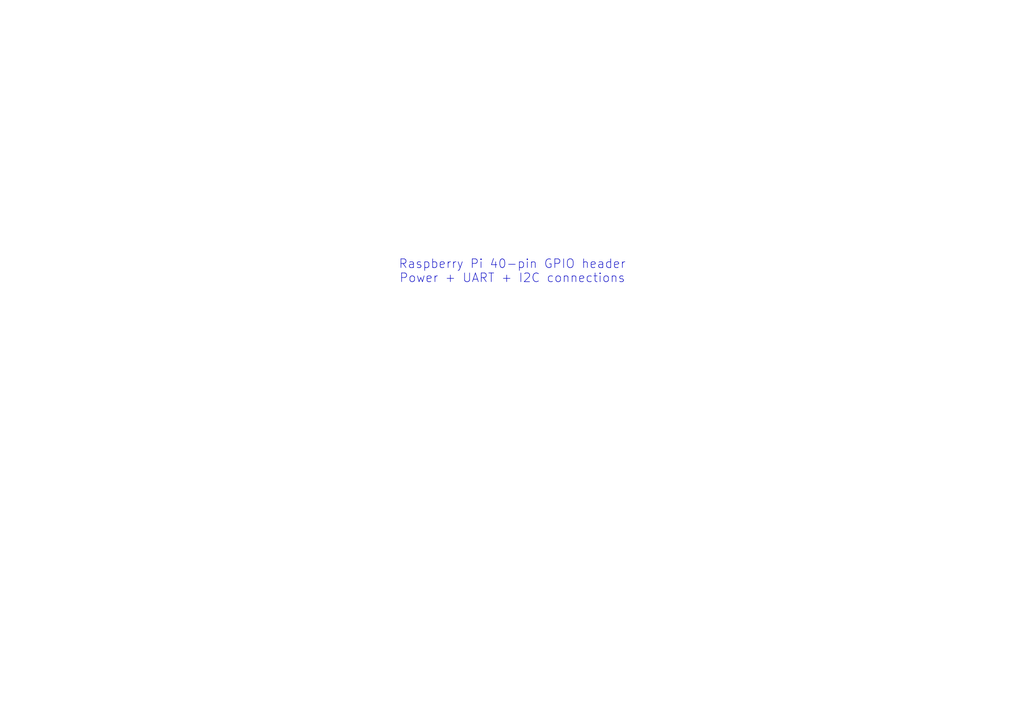
<source format=kicad_sch>
(kicad_sch
	(version 20250114)
	(generator "eeschema")
	(generator_version "9.0")
	(uuid "a0000006-0001-0000-0000-000000000001")
	(paper "A4")
	(lib_symbols)
	(text "Raspberry Pi 40-pin GPIO header\nPower + UART + I2C connections"
		(exclude_from_sim no)
		(at 148.59 78.74 0)
		(effects
			(font
				(size 2.54 2.54)
			)
		)
	)
	(sheet_instances
		(path "/"
			(page "6")
		)
	)
)

</source>
